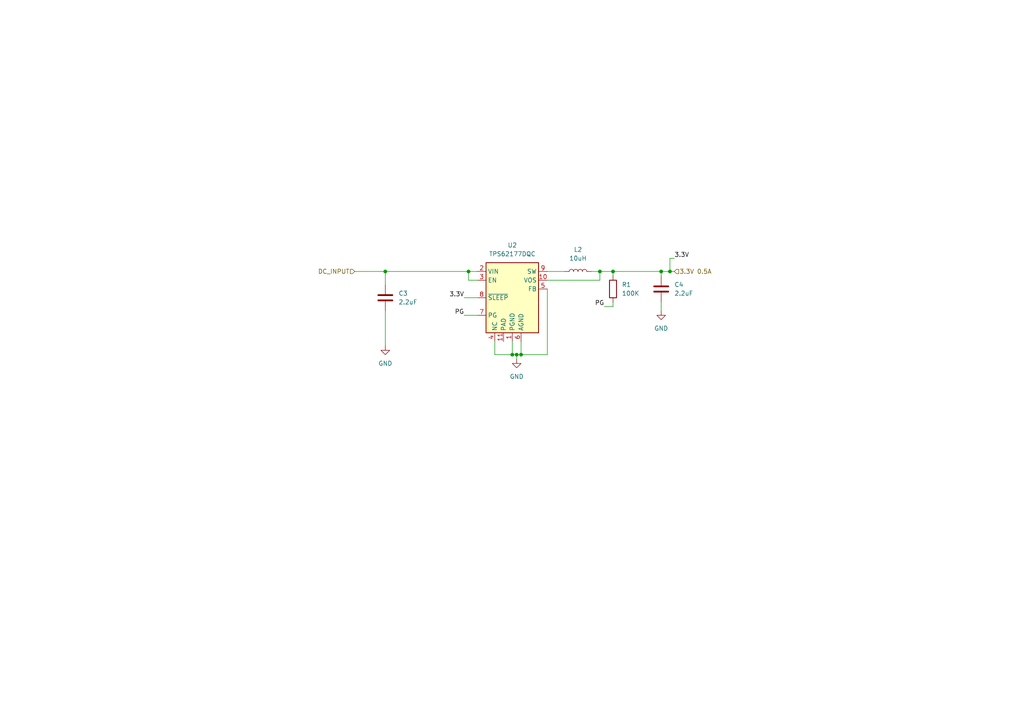
<source format=kicad_sch>
(kicad_sch (version 20211123) (generator eeschema)
  (paper "A4")
  (lib_symbols
    (symbol "Device:C" (pin_numbers hide) (pin_names (offset 0.254))
      (property "Reference" "C" (at 0.635 2.54 0))
      (property "Value" "C" (at 0.635 -2.54 0))
      (symbol "C_0_1"
        (polyline (pts (xy -2.032 -0.762) (xy 2.032 -0.762)) (stroke (width 0.508)))
        (polyline (pts (xy -2.032 0.762) (xy 2.032 0.762)) (stroke (width 0.508)))
      )
      (symbol "C_1_1"
        (pin passive line (at 0 3.81 270) (length 2.794) (name "~") (number "1"))
        (pin passive line (at 0 -3.81 90) (length 2.794) (name "~") (number "2"))
      )
    )
    (symbol "Device:L" (pin_numbers hide) (pin_names (offset 1.016) hide)
      (property "Reference" "L" (at -1.27 0 90))
      (property "Value" "L" (at 1.905 0 90))
      (symbol "L_0_1"
        (arc (start 0 -2.54) (mid 0.635 -1.905) (end 0 -1.27))
        (arc (start 0 -1.27) (mid 0.635 -0.635) (end 0 0))
        (arc (start 0 0) (mid 0.635 0.635) (end 0 1.27))
        (arc (start 0 1.27) (mid 0.635 1.905) (end 0 2.54))
      )
      (symbol "L_1_1"
        (pin passive line (at 0 3.81 270) (length 1.27) (name "1") (number "1"))
        (pin passive line (at 0 -3.81 90) (length 1.27) (name "2") (number "2"))
      )
    )
    (symbol "Device:R" (pin_numbers hide) (pin_names (offset 0))
      (property "Reference" "R" (at 2.032 0 90))
      (property "Value" "R" (at 0 0 90))
      (symbol "R_0_1"
        (rectangle (start -1.016 -2.54) (end 1.016 2.54) (stroke (width 0.254)))
      )
      (symbol "R_1_1"
        (pin passive line (at 0 3.81 270) (length 1.27) (name "~") (number "1"))
        (pin passive line (at 0 -3.81 90) (length 1.27) (name "~") (number "2"))
      )
    )
    (symbol "Regulator_Switching:TPS62177DQC"
      (property "Reference" "U" (at -7.62 11.43 0))
      (property "Value" "TPS62177DQC" (at -1.27 11.43 0))
      (symbol "TPS62177DQC_0_1"
        (rectangle (start -7.62 10.16) (end 7.62 -10.16) (stroke (width 0.254)) (fill (type background)))
      )
      (symbol "TPS62177DQC_1_1"
        (pin power_in line (at 0 -12.7 90) (length 2.54) (name "PGND") (number "1"))
        (pin input line (at 10.16 5.08 180) (length 2.54) (name "VOS") (number "10"))
        (pin power_in line (at -2.54 -12.7 90) (length 2.54) (name "PAD") (number "11"))
        (pin power_in line (at -10.16 7.62 0) (length 2.54) (name "VIN") (number "2"))
        (pin input line (at -10.16 5.08 0) (length 2.54) (name "EN") (number "3"))
        (pin passive line (at -5.08 -12.7 90) (length 2.54) (name "NC") (number "4"))
        (pin input line (at 10.16 2.54 180) (length 2.54) (name "FB") (number "5"))
        (pin power_in line (at 2.54 -12.7 90) (length 2.54) (name "AGND") (number "6"))
        (pin output line (at -10.16 -5.08 0) (length 2.54) (name "PG") (number "7"))
        (pin input line (at -10.16 0 0) (length 2.54) (name "~{SLEEP}") (number "8"))
        (pin power_out line (at 10.16 7.62 180) (length 2.54) (name "SW") (number "9"))
      )
    )
    (symbol "power:GND" (power) (pin_names (offset 0))
      (property "Value" "GND" (at 0 -3.81 0))
      (symbol "GND_0_1"
        (polyline (pts (xy 0 0) (xy 0 -1.27) (xy 1.27 -1.27) (xy 0 -2.54) (xy -1.27 -1.27) (xy 0 -1.27)))
      )
      (symbol "GND_1_1"
        (pin power_in line (at 0 0 270) (length 0) hide (name "GND") (number "1"))
      )
    )
  )
  (junction (at 148.59 102.87))
  (junction (at 135.89 78.74))
  (junction (at 194.31 78.74))
  (junction (at 191.77 78.74))
  (junction (at 173.99 78.74))
  (junction (at 149.86 102.87))
  (junction (at 151.13 102.87))
  (junction (at 177.8 78.74))
  (junction (at 111.76 78.74))
  (wire (pts (xy 158.75 78.74) (xy 163.83 78.74)))
  (wire (pts (xy 195.58 74.93) (xy 194.31 74.93)))
  (wire (pts (xy 135.89 78.74) (xy 138.43 78.74)))
  (wire (pts (xy 134.62 91.44) (xy 138.43 91.44)))
  (wire (pts (xy 177.8 78.74) (xy 191.77 78.74)))
  (wire (pts (xy 134.62 86.36) (xy 138.43 86.36)))
  (wire (pts (xy 191.77 78.74) (xy 191.77 80.01)))
  (wire (pts (xy 191.77 87.63) (xy 191.77 90.17)))
  (wire (pts (xy 158.75 102.87) (xy 151.13 102.87)))
  (wire (pts (xy 143.51 99.06) (xy 143.51 102.87)))
  (wire (pts (xy 102.87 78.74) (xy 111.76 78.74)))
  (wire (pts (xy 111.76 78.74) (xy 135.89 78.74)))
  (wire (pts (xy 111.76 90.17) (xy 111.76 100.33)))
  (wire (pts (xy 175.26 88.9) (xy 177.8 88.9)))
  (wire (pts (xy 138.43 81.28) (xy 135.89 81.28)))
  (wire (pts (xy 173.99 81.28) (xy 173.99 78.74)))
  (wire (pts (xy 158.75 83.82) (xy 158.75 102.87)))
  (wire (pts (xy 191.77 78.74) (xy 194.31 78.74)))
  (wire (pts (xy 149.86 104.14) (xy 149.86 102.87)))
  (wire (pts (xy 149.86 102.87) (xy 148.59 102.87)))
  (wire (pts (xy 194.31 74.93) (xy 194.31 78.74)))
  (wire (pts (xy 111.76 78.74) (xy 111.76 82.55)))
  (wire (pts (xy 158.75 81.28) (xy 173.99 81.28)))
  (wire (pts (xy 194.31 78.74) (xy 195.58 78.74)))
  (wire (pts (xy 177.8 87.63) (xy 177.8 88.9)))
  (wire (pts (xy 135.89 81.28) (xy 135.89 78.74)))
  (wire (pts (xy 171.45 78.74) (xy 173.99 78.74)))
  (wire (pts (xy 143.51 102.87) (xy 148.59 102.87)))
  (wire (pts (xy 177.8 78.74) (xy 177.8 80.01)))
  (wire (pts (xy 151.13 102.87) (xy 149.86 102.87)))
  (wire (pts (xy 148.59 102.87) (xy 148.59 99.06)))
  (wire (pts (xy 173.99 78.74) (xy 177.8 78.74)))
  (wire (pts (xy 151.13 99.06) (xy 151.13 102.87)))
  (label "3.3V" (at 134.62 86.36 180))
  (label "3.3V" (at 195.58 74.93 0))
  (label "PG" (at 134.62 91.44 180))
  (label "PG" (at 175.26 88.9 180))
  (hierarchical_label "3.3V 0.5A" (shape input) (at 195.58 78.74 0))
  (hierarchical_label "DC_INPUT" (shape input) (at 102.87 78.74 180))
  (symbol (lib_id "Regulator_Switching:TPS62177DQC") (at 148.59 86.36 0) (unit 1)
    (property "Reference" "U2" (at 148.59 71.12 0))
    (property "Value" "TPS62177DQC" (at 148.59 73.66 0))
    (property "Footprint" "Package_SON:WSON-10-1EP_2x3mm_P0.5mm_EP0.84x2.4mm" (effects hide))
    (property "Datasheet" "http://www.ti.com/lit/ds/symlink/tps62177.pdf" (effects hide))
  )
  (symbol (lib_id "Device:C") (at 191.77 83.82 0) (unit 1)
    (property "Reference" "C4" (at 195.58 82.5499 0) (effects (justify left)))
    (property "Value" "2.2uF" (at 195.58 85.0899 0) (effects (justify left)))
    (property "Footprint" "Capacitor_SMD:C_0805_2012Metric" (effects hide))
  )
  (symbol (lib_id "power:GND") (at 191.77 90.17 0) (unit 1)
    (property "Reference" "#PWR0107" (effects hide))
    (property "Value" "GND" (at 191.77 95.25 0))
  )
  (symbol (lib_id "Device:L") (at 167.64 78.74 90) (unit 1)
    (property "Reference" "L2" (at 167.64 72.39 90))
    (property "Value" "10uH" (at 167.64 74.93 90))
    (property "Footprint" "Inductor_SMD:L_10.4x10.4_H4.8" (effects hide))
  )
  (symbol (lib_id "Device:C") (at 111.76 86.36 0) (unit 1)
    (property "Reference" "C3" (at 115.57 85.0899 0) (effects (justify left)))
    (property "Value" "2.2uF" (at 115.57 87.6299 0) (effects (justify left)))
    (property "Footprint" "Capacitor_SMD:C_0805_2012Metric" (effects hide))
  )
  (symbol (lib_id "Device:R") (at 177.8 83.82 0) (unit 1)
    (property "Reference" "R1" (at 180.34 82.5499 0) (effects (justify left)))
    (property "Value" "100K" (at 180.34 85.0899 0) (effects (justify left)))
    (property "Footprint" "Resistor_SMD:R_1206_3216Metric" (effects hide))
  )
  (symbol (lib_id "power:GND") (at 111.76 100.33 0) (unit 1)
    (property "Reference" "#PWR0105" (effects hide))
    (property "Value" "GND" (at 111.76 105.41 0))
  )
  (symbol (lib_id "power:GND") (at 149.86 104.14 0) (unit 1)
    (property "Reference" "#PWR0106" (effects hide))
    (property "Value" "GND" (at 149.86 109.22 0))
  )
)
</source>
